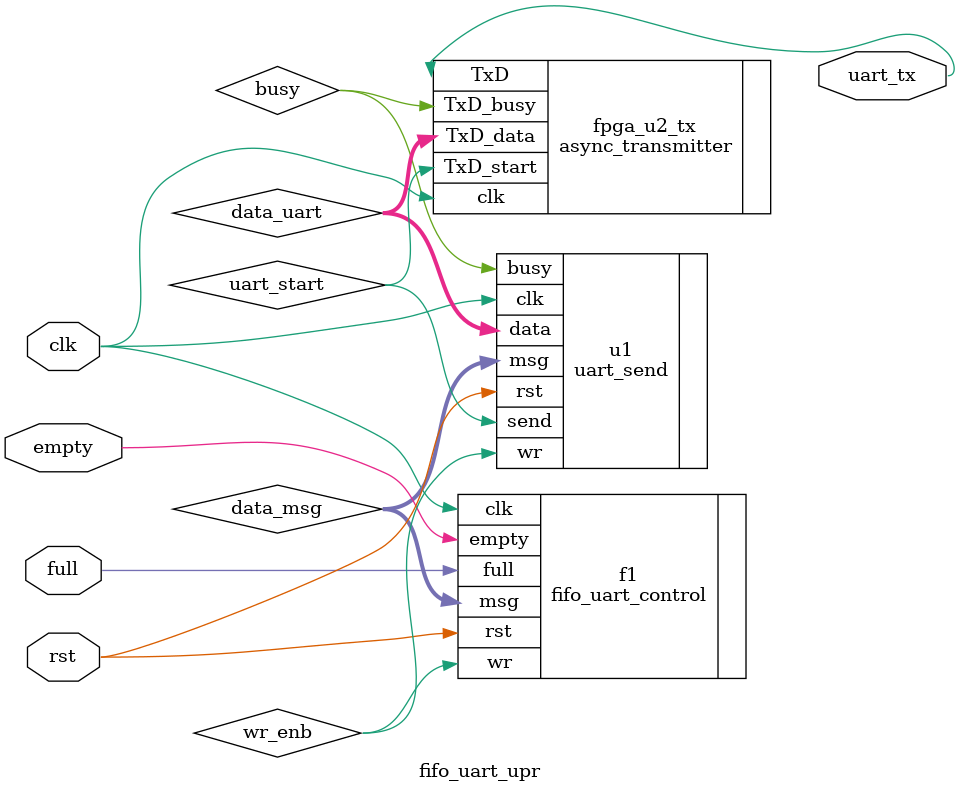
<source format=v>
`timescale 1 ns / 1 ps

module fifo_uart_upr (
	output wire uart_tx,
	input wire clk,
	input wire empty,
	input wire full,
	input wire rst
);

wire [7:0] data_msg;
wire wr_enb;
wire uart_start;
wire busy;
wire [7:0] data_uart;



fifo_uart_control 
f1(
	.msg(data_msg),
	.wr(wr_enb),
	.clk(clk),
	.full(full),
	.empty(empty),
	.rst(rst)
);
	

uart_send 
u1(
	.send(uart_start),
	.data(data_uart),
	.clk(clk),
	.msg(data_msg),
	.busy(busy),
	.rst(rst),
	.wr(wr_enb)
);	


async_transmitter
fpga_u2_tx(
	.clk(clk),
	.TxD_start(uart_start),
	.TxD_data(data_uart),
	.TxD(uart_tx),
	.TxD_busy(busy)
);		


endmodule

</source>
